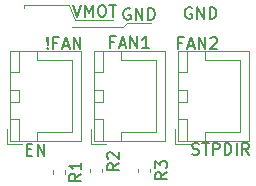
<source format=gbr>
G04 #@! TF.GenerationSoftware,KiCad,Pcbnew,(5.1.6)-1*
G04 #@! TF.CreationDate,2020-11-03T09:51:37+03:00*
G04 #@! TF.ProjectId,UlTi_driver_ext_board,556c5469-5f64-4726-9976-65725f657874,rev?*
G04 #@! TF.SameCoordinates,Original*
G04 #@! TF.FileFunction,Legend,Top*
G04 #@! TF.FilePolarity,Positive*
%FSLAX46Y46*%
G04 Gerber Fmt 4.6, Leading zero omitted, Abs format (unit mm)*
G04 Created by KiCad (PCBNEW (5.1.6)-1) date 2020-11-03 09:51:37*
%MOMM*%
%LPD*%
G01*
G04 APERTURE LIST*
%ADD10C,0.120000*%
%ADD11C,0.150000*%
G04 APERTURE END LIST*
D10*
X148717000Y-94297500D02*
X144399000Y-94297500D01*
X149034500Y-93916500D02*
X148717000Y-94297500D01*
X151066500Y-93916500D02*
X149034500Y-93916500D01*
X140335000Y-92392500D02*
X140335000Y-92710000D01*
X144145000Y-92392500D02*
X140335000Y-92392500D01*
X144653000Y-93726000D02*
X144145000Y-92392500D01*
X147828000Y-93726000D02*
X144653000Y-93726000D01*
X153079000Y-104196000D02*
X154329000Y-104196000D01*
X153079000Y-102946000D02*
X153079000Y-104196000D01*
X158579000Y-97046000D02*
X158579000Y-100096000D01*
X155629000Y-97046000D02*
X158579000Y-97046000D01*
X155629000Y-96296000D02*
X155629000Y-97046000D01*
X158579000Y-103146000D02*
X158579000Y-100096000D01*
X155629000Y-103146000D02*
X158579000Y-103146000D01*
X155629000Y-103896000D02*
X155629000Y-103146000D01*
X153379000Y-96296000D02*
X153379000Y-98096000D01*
X154129000Y-96296000D02*
X153379000Y-96296000D01*
X154129000Y-98096000D02*
X154129000Y-96296000D01*
X153379000Y-98096000D02*
X154129000Y-98096000D01*
X153379000Y-102096000D02*
X153379000Y-103896000D01*
X154129000Y-102096000D02*
X153379000Y-102096000D01*
X154129000Y-103896000D02*
X154129000Y-102096000D01*
X153379000Y-103896000D02*
X154129000Y-103896000D01*
X153379000Y-99596000D02*
X153379000Y-100596000D01*
X154129000Y-99596000D02*
X153379000Y-99596000D01*
X154129000Y-100596000D02*
X154129000Y-99596000D01*
X153379000Y-100596000D02*
X154129000Y-100596000D01*
X153369000Y-96286000D02*
X153369000Y-103906000D01*
X159339000Y-96286000D02*
X153369000Y-96286000D01*
X159339000Y-103906000D02*
X159339000Y-96286000D01*
X153369000Y-103906000D02*
X159339000Y-103906000D01*
X145967000Y-104196000D02*
X147217000Y-104196000D01*
X145967000Y-102946000D02*
X145967000Y-104196000D01*
X151467000Y-97046000D02*
X151467000Y-100096000D01*
X148517000Y-97046000D02*
X151467000Y-97046000D01*
X148517000Y-96296000D02*
X148517000Y-97046000D01*
X151467000Y-103146000D02*
X151467000Y-100096000D01*
X148517000Y-103146000D02*
X151467000Y-103146000D01*
X148517000Y-103896000D02*
X148517000Y-103146000D01*
X146267000Y-96296000D02*
X146267000Y-98096000D01*
X147017000Y-96296000D02*
X146267000Y-96296000D01*
X147017000Y-98096000D02*
X147017000Y-96296000D01*
X146267000Y-98096000D02*
X147017000Y-98096000D01*
X146267000Y-102096000D02*
X146267000Y-103896000D01*
X147017000Y-102096000D02*
X146267000Y-102096000D01*
X147017000Y-103896000D02*
X147017000Y-102096000D01*
X146267000Y-103896000D02*
X147017000Y-103896000D01*
X146267000Y-99596000D02*
X146267000Y-100596000D01*
X147017000Y-99596000D02*
X146267000Y-99596000D01*
X147017000Y-100596000D02*
X147017000Y-99596000D01*
X146267000Y-100596000D02*
X147017000Y-100596000D01*
X146257000Y-96286000D02*
X146257000Y-103906000D01*
X152227000Y-96286000D02*
X146257000Y-96286000D01*
X152227000Y-103906000D02*
X152227000Y-96286000D01*
X146257000Y-103906000D02*
X152227000Y-103906000D01*
X138855000Y-104196000D02*
X140105000Y-104196000D01*
X138855000Y-102946000D02*
X138855000Y-104196000D01*
X144355000Y-97046000D02*
X144355000Y-100096000D01*
X141405000Y-97046000D02*
X144355000Y-97046000D01*
X141405000Y-96296000D02*
X141405000Y-97046000D01*
X144355000Y-103146000D02*
X144355000Y-100096000D01*
X141405000Y-103146000D02*
X144355000Y-103146000D01*
X141405000Y-103896000D02*
X141405000Y-103146000D01*
X139155000Y-96296000D02*
X139155000Y-98096000D01*
X139905000Y-96296000D02*
X139155000Y-96296000D01*
X139905000Y-98096000D02*
X139905000Y-96296000D01*
X139155000Y-98096000D02*
X139905000Y-98096000D01*
X139155000Y-102096000D02*
X139155000Y-103896000D01*
X139905000Y-102096000D02*
X139155000Y-102096000D01*
X139905000Y-103896000D02*
X139905000Y-102096000D01*
X139155000Y-103896000D02*
X139905000Y-103896000D01*
X139155000Y-99596000D02*
X139155000Y-100596000D01*
X139905000Y-99596000D02*
X139155000Y-99596000D01*
X139905000Y-100596000D02*
X139905000Y-99596000D01*
X139155000Y-100596000D02*
X139905000Y-100596000D01*
X139145000Y-96286000D02*
X139145000Y-103906000D01*
X145115000Y-96286000D02*
X139145000Y-96286000D01*
X145115000Y-103906000D02*
X145115000Y-96286000D01*
X139145000Y-103906000D02*
X145115000Y-103906000D01*
X149985000Y-106263221D02*
X149985000Y-106588779D01*
X151005000Y-106263221D02*
X151005000Y-106588779D01*
X145921000Y-106263221D02*
X145921000Y-106588779D01*
X146941000Y-106263221D02*
X146941000Y-106588779D01*
X142746000Y-106390221D02*
X142746000Y-106715779D01*
X143766000Y-106390221D02*
X143766000Y-106715779D01*
D11*
X153717785Y-95623071D02*
X153384452Y-95623071D01*
X153384452Y-96146880D02*
X153384452Y-95146880D01*
X153860642Y-95146880D01*
X154193976Y-95861166D02*
X154670166Y-95861166D01*
X154098738Y-96146880D02*
X154432071Y-95146880D01*
X154765404Y-96146880D01*
X155098738Y-96146880D02*
X155098738Y-95146880D01*
X155670166Y-96146880D01*
X155670166Y-95146880D01*
X156098738Y-95242119D02*
X156146357Y-95194500D01*
X156241595Y-95146880D01*
X156479690Y-95146880D01*
X156574928Y-95194500D01*
X156622547Y-95242119D01*
X156670166Y-95337357D01*
X156670166Y-95432595D01*
X156622547Y-95575452D01*
X156051119Y-96146880D01*
X156670166Y-96146880D01*
X147939285Y-95559571D02*
X147605952Y-95559571D01*
X147605952Y-96083380D02*
X147605952Y-95083380D01*
X148082142Y-95083380D01*
X148415476Y-95797666D02*
X148891666Y-95797666D01*
X148320238Y-96083380D02*
X148653571Y-95083380D01*
X148986904Y-96083380D01*
X149320238Y-96083380D02*
X149320238Y-95083380D01*
X149891666Y-96083380D01*
X149891666Y-95083380D01*
X150891666Y-96083380D02*
X150320238Y-96083380D01*
X150605952Y-96083380D02*
X150605952Y-95083380D01*
X150510714Y-95226238D01*
X150415476Y-95321476D01*
X150320238Y-95369095D01*
X142319547Y-96051642D02*
X142367166Y-96099261D01*
X142319547Y-96146880D01*
X142271928Y-96099261D01*
X142319547Y-96051642D01*
X142319547Y-96146880D01*
X142319547Y-95765928D02*
X142271928Y-95194500D01*
X142319547Y-95146880D01*
X142367166Y-95194500D01*
X142319547Y-95765928D01*
X142319547Y-95146880D01*
X143129071Y-95623071D02*
X142795738Y-95623071D01*
X142795738Y-96146880D02*
X142795738Y-95146880D01*
X143271928Y-95146880D01*
X143605261Y-95861166D02*
X144081452Y-95861166D01*
X143510023Y-96146880D02*
X143843357Y-95146880D01*
X144176690Y-96146880D01*
X144510023Y-96146880D02*
X144510023Y-95146880D01*
X145081452Y-96146880D01*
X145081452Y-95146880D01*
X144494476Y-92416380D02*
X144827809Y-93416380D01*
X145161142Y-92416380D01*
X145494476Y-93416380D02*
X145494476Y-92416380D01*
X145827809Y-93130666D01*
X146161142Y-92416380D01*
X146161142Y-93416380D01*
X146827809Y-92416380D02*
X147018285Y-92416380D01*
X147113523Y-92464000D01*
X147208761Y-92559238D01*
X147256380Y-92749714D01*
X147256380Y-93083047D01*
X147208761Y-93273523D01*
X147113523Y-93368761D01*
X147018285Y-93416380D01*
X146827809Y-93416380D01*
X146732571Y-93368761D01*
X146637333Y-93273523D01*
X146589714Y-93083047D01*
X146589714Y-92749714D01*
X146637333Y-92559238D01*
X146732571Y-92464000D01*
X146827809Y-92416380D01*
X147542095Y-92416380D02*
X148113523Y-92416380D01*
X147827809Y-93416380D02*
X147827809Y-92416380D01*
X154495595Y-92654500D02*
X154400357Y-92606880D01*
X154257500Y-92606880D01*
X154114642Y-92654500D01*
X154019404Y-92749738D01*
X153971785Y-92844976D01*
X153924166Y-93035452D01*
X153924166Y-93178309D01*
X153971785Y-93368785D01*
X154019404Y-93464023D01*
X154114642Y-93559261D01*
X154257500Y-93606880D01*
X154352738Y-93606880D01*
X154495595Y-93559261D01*
X154543214Y-93511642D01*
X154543214Y-93178309D01*
X154352738Y-93178309D01*
X154971785Y-93606880D02*
X154971785Y-92606880D01*
X155543214Y-93606880D01*
X155543214Y-92606880D01*
X156019404Y-93606880D02*
X156019404Y-92606880D01*
X156257500Y-92606880D01*
X156400357Y-92654500D01*
X156495595Y-92749738D01*
X156543214Y-92844976D01*
X156590833Y-93035452D01*
X156590833Y-93178309D01*
X156543214Y-93368785D01*
X156495595Y-93464023D01*
X156400357Y-93559261D01*
X156257500Y-93606880D01*
X156019404Y-93606880D01*
X149288595Y-92718000D02*
X149193357Y-92670380D01*
X149050500Y-92670380D01*
X148907642Y-92718000D01*
X148812404Y-92813238D01*
X148764785Y-92908476D01*
X148717166Y-93098952D01*
X148717166Y-93241809D01*
X148764785Y-93432285D01*
X148812404Y-93527523D01*
X148907642Y-93622761D01*
X149050500Y-93670380D01*
X149145738Y-93670380D01*
X149288595Y-93622761D01*
X149336214Y-93575142D01*
X149336214Y-93241809D01*
X149145738Y-93241809D01*
X149764785Y-93670380D02*
X149764785Y-92670380D01*
X150336214Y-93670380D01*
X150336214Y-92670380D01*
X150812404Y-93670380D02*
X150812404Y-92670380D01*
X151050500Y-92670380D01*
X151193357Y-92718000D01*
X151288595Y-92813238D01*
X151336214Y-92908476D01*
X151383833Y-93098952D01*
X151383833Y-93241809D01*
X151336214Y-93432285D01*
X151288595Y-93527523D01*
X151193357Y-93622761D01*
X151050500Y-93670380D01*
X150812404Y-93670380D01*
X157305500Y-105100380D02*
X157305500Y-104100380D01*
X157543595Y-104100380D01*
X157686452Y-104148000D01*
X157781690Y-104243238D01*
X157829309Y-104338476D01*
X157876928Y-104528952D01*
X157876928Y-104671809D01*
X157829309Y-104862285D01*
X157781690Y-104957523D01*
X157686452Y-105052761D01*
X157543595Y-105100380D01*
X157305500Y-105100380D01*
X158305500Y-105100380D02*
X158305500Y-104100380D01*
X159353119Y-105100380D02*
X159019785Y-104624190D01*
X158781690Y-105100380D02*
X158781690Y-104100380D01*
X159162642Y-104100380D01*
X159257880Y-104148000D01*
X159305500Y-104195619D01*
X159353119Y-104290857D01*
X159353119Y-104433714D01*
X159305500Y-104528952D01*
X159257880Y-104576571D01*
X159162642Y-104624190D01*
X158781690Y-104624190D01*
X154535333Y-105052761D02*
X154678190Y-105100380D01*
X154916285Y-105100380D01*
X155011523Y-105052761D01*
X155059142Y-105005142D01*
X155106761Y-104909904D01*
X155106761Y-104814666D01*
X155059142Y-104719428D01*
X155011523Y-104671809D01*
X154916285Y-104624190D01*
X154725809Y-104576571D01*
X154630571Y-104528952D01*
X154582952Y-104481333D01*
X154535333Y-104386095D01*
X154535333Y-104290857D01*
X154582952Y-104195619D01*
X154630571Y-104148000D01*
X154725809Y-104100380D01*
X154963904Y-104100380D01*
X155106761Y-104148000D01*
X155392476Y-104100380D02*
X155963904Y-104100380D01*
X155678190Y-105100380D02*
X155678190Y-104100380D01*
X156297238Y-105100380D02*
X156297238Y-104100380D01*
X156678190Y-104100380D01*
X156773428Y-104148000D01*
X156821047Y-104195619D01*
X156868666Y-104290857D01*
X156868666Y-104433714D01*
X156821047Y-104528952D01*
X156773428Y-104576571D01*
X156678190Y-104624190D01*
X156297238Y-104624190D01*
X140549404Y-104640071D02*
X140882738Y-104640071D01*
X141025595Y-105163880D02*
X140549404Y-105163880D01*
X140549404Y-104163880D01*
X141025595Y-104163880D01*
X141454166Y-105163880D02*
X141454166Y-104163880D01*
X142025595Y-105163880D01*
X142025595Y-104163880D01*
X152407880Y-106592666D02*
X151931690Y-106926000D01*
X152407880Y-107164095D02*
X151407880Y-107164095D01*
X151407880Y-106783142D01*
X151455500Y-106687904D01*
X151503119Y-106640285D01*
X151598357Y-106592666D01*
X151741214Y-106592666D01*
X151836452Y-106640285D01*
X151884071Y-106687904D01*
X151931690Y-106783142D01*
X151931690Y-107164095D01*
X151407880Y-106259333D02*
X151407880Y-105640285D01*
X151788833Y-105973619D01*
X151788833Y-105830761D01*
X151836452Y-105735523D01*
X151884071Y-105687904D01*
X151979309Y-105640285D01*
X152217404Y-105640285D01*
X152312642Y-105687904D01*
X152360261Y-105735523D01*
X152407880Y-105830761D01*
X152407880Y-106116476D01*
X152360261Y-106211714D01*
X152312642Y-106259333D01*
X148343880Y-105830666D02*
X147867690Y-106164000D01*
X148343880Y-106402095D02*
X147343880Y-106402095D01*
X147343880Y-106021142D01*
X147391500Y-105925904D01*
X147439119Y-105878285D01*
X147534357Y-105830666D01*
X147677214Y-105830666D01*
X147772452Y-105878285D01*
X147820071Y-105925904D01*
X147867690Y-106021142D01*
X147867690Y-106402095D01*
X147439119Y-105449714D02*
X147391500Y-105402095D01*
X147343880Y-105306857D01*
X147343880Y-105068761D01*
X147391500Y-104973523D01*
X147439119Y-104925904D01*
X147534357Y-104878285D01*
X147629595Y-104878285D01*
X147772452Y-104925904D01*
X148343880Y-105497333D01*
X148343880Y-104878285D01*
X145138380Y-106719666D02*
X144662190Y-107053000D01*
X145138380Y-107291095D02*
X144138380Y-107291095D01*
X144138380Y-106910142D01*
X144186000Y-106814904D01*
X144233619Y-106767285D01*
X144328857Y-106719666D01*
X144471714Y-106719666D01*
X144566952Y-106767285D01*
X144614571Y-106814904D01*
X144662190Y-106910142D01*
X144662190Y-107291095D01*
X145138380Y-105767285D02*
X145138380Y-106338714D01*
X145138380Y-106053000D02*
X144138380Y-106053000D01*
X144281238Y-106148238D01*
X144376476Y-106243476D01*
X144424095Y-106338714D01*
M02*

</source>
